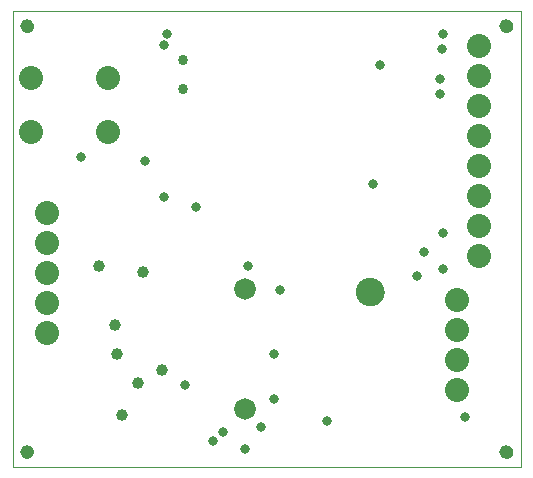
<source format=gbs>
G75*
%MOIN*%
%OFA0B0*%
%FSLAX25Y25*%
%IPPOS*%
%LPD*%
%AMOC8*
5,1,8,0,0,1.08239X$1,22.5*
%
%ADD10C,0.00000*%
%ADD11C,0.04537*%
%ADD12C,0.08000*%
%ADD13C,0.07200*%
%ADD14C,0.09458*%
%ADD15C,0.03300*%
%ADD16C,0.03969*%
%ADD17C,0.03378*%
D10*
X0001006Y0001006D02*
X0001006Y0152778D01*
X0170298Y0152778D01*
X0170298Y0001006D01*
X0001006Y0001006D01*
X0003762Y0005928D02*
X0003764Y0006016D01*
X0003770Y0006104D01*
X0003780Y0006192D01*
X0003794Y0006280D01*
X0003811Y0006366D01*
X0003833Y0006452D01*
X0003858Y0006536D01*
X0003888Y0006620D01*
X0003920Y0006702D01*
X0003957Y0006782D01*
X0003997Y0006861D01*
X0004041Y0006938D01*
X0004088Y0007013D01*
X0004138Y0007085D01*
X0004192Y0007156D01*
X0004248Y0007223D01*
X0004308Y0007289D01*
X0004370Y0007351D01*
X0004436Y0007411D01*
X0004503Y0007467D01*
X0004574Y0007521D01*
X0004646Y0007571D01*
X0004721Y0007618D01*
X0004798Y0007662D01*
X0004877Y0007702D01*
X0004957Y0007739D01*
X0005039Y0007771D01*
X0005123Y0007801D01*
X0005207Y0007826D01*
X0005293Y0007848D01*
X0005379Y0007865D01*
X0005467Y0007879D01*
X0005555Y0007889D01*
X0005643Y0007895D01*
X0005731Y0007897D01*
X0005819Y0007895D01*
X0005907Y0007889D01*
X0005995Y0007879D01*
X0006083Y0007865D01*
X0006169Y0007848D01*
X0006255Y0007826D01*
X0006339Y0007801D01*
X0006423Y0007771D01*
X0006505Y0007739D01*
X0006585Y0007702D01*
X0006664Y0007662D01*
X0006741Y0007618D01*
X0006816Y0007571D01*
X0006888Y0007521D01*
X0006959Y0007467D01*
X0007026Y0007411D01*
X0007092Y0007351D01*
X0007154Y0007289D01*
X0007214Y0007223D01*
X0007270Y0007156D01*
X0007324Y0007085D01*
X0007374Y0007013D01*
X0007421Y0006938D01*
X0007465Y0006861D01*
X0007505Y0006782D01*
X0007542Y0006702D01*
X0007574Y0006620D01*
X0007604Y0006536D01*
X0007629Y0006452D01*
X0007651Y0006366D01*
X0007668Y0006280D01*
X0007682Y0006192D01*
X0007692Y0006104D01*
X0007698Y0006016D01*
X0007700Y0005928D01*
X0007698Y0005840D01*
X0007692Y0005752D01*
X0007682Y0005664D01*
X0007668Y0005576D01*
X0007651Y0005490D01*
X0007629Y0005404D01*
X0007604Y0005320D01*
X0007574Y0005236D01*
X0007542Y0005154D01*
X0007505Y0005074D01*
X0007465Y0004995D01*
X0007421Y0004918D01*
X0007374Y0004843D01*
X0007324Y0004771D01*
X0007270Y0004700D01*
X0007214Y0004633D01*
X0007154Y0004567D01*
X0007092Y0004505D01*
X0007026Y0004445D01*
X0006959Y0004389D01*
X0006888Y0004335D01*
X0006816Y0004285D01*
X0006741Y0004238D01*
X0006664Y0004194D01*
X0006585Y0004154D01*
X0006505Y0004117D01*
X0006423Y0004085D01*
X0006339Y0004055D01*
X0006255Y0004030D01*
X0006169Y0004008D01*
X0006083Y0003991D01*
X0005995Y0003977D01*
X0005907Y0003967D01*
X0005819Y0003961D01*
X0005731Y0003959D01*
X0005643Y0003961D01*
X0005555Y0003967D01*
X0005467Y0003977D01*
X0005379Y0003991D01*
X0005293Y0004008D01*
X0005207Y0004030D01*
X0005123Y0004055D01*
X0005039Y0004085D01*
X0004957Y0004117D01*
X0004877Y0004154D01*
X0004798Y0004194D01*
X0004721Y0004238D01*
X0004646Y0004285D01*
X0004574Y0004335D01*
X0004503Y0004389D01*
X0004436Y0004445D01*
X0004370Y0004505D01*
X0004308Y0004567D01*
X0004248Y0004633D01*
X0004192Y0004700D01*
X0004138Y0004771D01*
X0004088Y0004843D01*
X0004041Y0004918D01*
X0003997Y0004995D01*
X0003957Y0005074D01*
X0003920Y0005154D01*
X0003888Y0005236D01*
X0003858Y0005320D01*
X0003833Y0005404D01*
X0003811Y0005490D01*
X0003794Y0005576D01*
X0003780Y0005664D01*
X0003770Y0005752D01*
X0003764Y0005840D01*
X0003762Y0005928D01*
X0115769Y0059273D02*
X0115771Y0059405D01*
X0115777Y0059538D01*
X0115787Y0059670D01*
X0115801Y0059802D01*
X0115818Y0059933D01*
X0115840Y0060064D01*
X0115866Y0060194D01*
X0115895Y0060323D01*
X0115929Y0060451D01*
X0115966Y0060578D01*
X0116007Y0060704D01*
X0116051Y0060829D01*
X0116100Y0060953D01*
X0116152Y0061074D01*
X0116208Y0061195D01*
X0116267Y0061313D01*
X0116330Y0061430D01*
X0116396Y0061545D01*
X0116466Y0061657D01*
X0116539Y0061768D01*
X0116615Y0061876D01*
X0116694Y0061982D01*
X0116777Y0062086D01*
X0116863Y0062187D01*
X0116951Y0062285D01*
X0117043Y0062381D01*
X0117137Y0062474D01*
X0117234Y0062564D01*
X0117334Y0062652D01*
X0117437Y0062736D01*
X0117541Y0062817D01*
X0117649Y0062895D01*
X0117758Y0062969D01*
X0117870Y0063041D01*
X0117984Y0063109D01*
X0118099Y0063173D01*
X0118217Y0063234D01*
X0118336Y0063292D01*
X0118457Y0063346D01*
X0118580Y0063396D01*
X0118704Y0063442D01*
X0118829Y0063485D01*
X0118956Y0063524D01*
X0119084Y0063560D01*
X0119212Y0063591D01*
X0119342Y0063619D01*
X0119472Y0063642D01*
X0119603Y0063662D01*
X0119735Y0063678D01*
X0119867Y0063690D01*
X0119999Y0063698D01*
X0120132Y0063702D01*
X0120264Y0063702D01*
X0120397Y0063698D01*
X0120529Y0063690D01*
X0120661Y0063678D01*
X0120793Y0063662D01*
X0120924Y0063642D01*
X0121054Y0063619D01*
X0121184Y0063591D01*
X0121312Y0063560D01*
X0121440Y0063524D01*
X0121567Y0063485D01*
X0121692Y0063442D01*
X0121816Y0063396D01*
X0121939Y0063346D01*
X0122060Y0063292D01*
X0122179Y0063234D01*
X0122297Y0063173D01*
X0122413Y0063109D01*
X0122526Y0063041D01*
X0122638Y0062969D01*
X0122747Y0062895D01*
X0122855Y0062817D01*
X0122959Y0062736D01*
X0123062Y0062652D01*
X0123162Y0062564D01*
X0123259Y0062474D01*
X0123353Y0062381D01*
X0123445Y0062285D01*
X0123533Y0062187D01*
X0123619Y0062086D01*
X0123702Y0061982D01*
X0123781Y0061876D01*
X0123857Y0061768D01*
X0123930Y0061657D01*
X0124000Y0061545D01*
X0124066Y0061430D01*
X0124129Y0061313D01*
X0124188Y0061195D01*
X0124244Y0061074D01*
X0124296Y0060953D01*
X0124345Y0060829D01*
X0124389Y0060704D01*
X0124430Y0060578D01*
X0124467Y0060451D01*
X0124501Y0060323D01*
X0124530Y0060194D01*
X0124556Y0060064D01*
X0124578Y0059933D01*
X0124595Y0059802D01*
X0124609Y0059670D01*
X0124619Y0059538D01*
X0124625Y0059405D01*
X0124627Y0059273D01*
X0124625Y0059141D01*
X0124619Y0059008D01*
X0124609Y0058876D01*
X0124595Y0058744D01*
X0124578Y0058613D01*
X0124556Y0058482D01*
X0124530Y0058352D01*
X0124501Y0058223D01*
X0124467Y0058095D01*
X0124430Y0057968D01*
X0124389Y0057842D01*
X0124345Y0057717D01*
X0124296Y0057593D01*
X0124244Y0057472D01*
X0124188Y0057351D01*
X0124129Y0057233D01*
X0124066Y0057116D01*
X0124000Y0057001D01*
X0123930Y0056889D01*
X0123857Y0056778D01*
X0123781Y0056670D01*
X0123702Y0056564D01*
X0123619Y0056460D01*
X0123533Y0056359D01*
X0123445Y0056261D01*
X0123353Y0056165D01*
X0123259Y0056072D01*
X0123162Y0055982D01*
X0123062Y0055894D01*
X0122959Y0055810D01*
X0122855Y0055729D01*
X0122747Y0055651D01*
X0122638Y0055577D01*
X0122526Y0055505D01*
X0122412Y0055437D01*
X0122297Y0055373D01*
X0122179Y0055312D01*
X0122060Y0055254D01*
X0121939Y0055200D01*
X0121816Y0055150D01*
X0121692Y0055104D01*
X0121567Y0055061D01*
X0121440Y0055022D01*
X0121312Y0054986D01*
X0121184Y0054955D01*
X0121054Y0054927D01*
X0120924Y0054904D01*
X0120793Y0054884D01*
X0120661Y0054868D01*
X0120529Y0054856D01*
X0120397Y0054848D01*
X0120264Y0054844D01*
X0120132Y0054844D01*
X0119999Y0054848D01*
X0119867Y0054856D01*
X0119735Y0054868D01*
X0119603Y0054884D01*
X0119472Y0054904D01*
X0119342Y0054927D01*
X0119212Y0054955D01*
X0119084Y0054986D01*
X0118956Y0055022D01*
X0118829Y0055061D01*
X0118704Y0055104D01*
X0118580Y0055150D01*
X0118457Y0055200D01*
X0118336Y0055254D01*
X0118217Y0055312D01*
X0118099Y0055373D01*
X0117983Y0055437D01*
X0117870Y0055505D01*
X0117758Y0055577D01*
X0117649Y0055651D01*
X0117541Y0055729D01*
X0117437Y0055810D01*
X0117334Y0055894D01*
X0117234Y0055982D01*
X0117137Y0056072D01*
X0117043Y0056165D01*
X0116951Y0056261D01*
X0116863Y0056359D01*
X0116777Y0056460D01*
X0116694Y0056564D01*
X0116615Y0056670D01*
X0116539Y0056778D01*
X0116466Y0056889D01*
X0116396Y0057001D01*
X0116330Y0057116D01*
X0116267Y0057233D01*
X0116208Y0057351D01*
X0116152Y0057472D01*
X0116100Y0057593D01*
X0116051Y0057717D01*
X0116007Y0057842D01*
X0115966Y0057968D01*
X0115929Y0058095D01*
X0115895Y0058223D01*
X0115866Y0058352D01*
X0115840Y0058482D01*
X0115818Y0058613D01*
X0115801Y0058744D01*
X0115787Y0058876D01*
X0115777Y0059008D01*
X0115771Y0059141D01*
X0115769Y0059273D01*
X0163604Y0005928D02*
X0163606Y0006016D01*
X0163612Y0006104D01*
X0163622Y0006192D01*
X0163636Y0006280D01*
X0163653Y0006366D01*
X0163675Y0006452D01*
X0163700Y0006536D01*
X0163730Y0006620D01*
X0163762Y0006702D01*
X0163799Y0006782D01*
X0163839Y0006861D01*
X0163883Y0006938D01*
X0163930Y0007013D01*
X0163980Y0007085D01*
X0164034Y0007156D01*
X0164090Y0007223D01*
X0164150Y0007289D01*
X0164212Y0007351D01*
X0164278Y0007411D01*
X0164345Y0007467D01*
X0164416Y0007521D01*
X0164488Y0007571D01*
X0164563Y0007618D01*
X0164640Y0007662D01*
X0164719Y0007702D01*
X0164799Y0007739D01*
X0164881Y0007771D01*
X0164965Y0007801D01*
X0165049Y0007826D01*
X0165135Y0007848D01*
X0165221Y0007865D01*
X0165309Y0007879D01*
X0165397Y0007889D01*
X0165485Y0007895D01*
X0165573Y0007897D01*
X0165661Y0007895D01*
X0165749Y0007889D01*
X0165837Y0007879D01*
X0165925Y0007865D01*
X0166011Y0007848D01*
X0166097Y0007826D01*
X0166181Y0007801D01*
X0166265Y0007771D01*
X0166347Y0007739D01*
X0166427Y0007702D01*
X0166506Y0007662D01*
X0166583Y0007618D01*
X0166658Y0007571D01*
X0166730Y0007521D01*
X0166801Y0007467D01*
X0166868Y0007411D01*
X0166934Y0007351D01*
X0166996Y0007289D01*
X0167056Y0007223D01*
X0167112Y0007156D01*
X0167166Y0007085D01*
X0167216Y0007013D01*
X0167263Y0006938D01*
X0167307Y0006861D01*
X0167347Y0006782D01*
X0167384Y0006702D01*
X0167416Y0006620D01*
X0167446Y0006536D01*
X0167471Y0006452D01*
X0167493Y0006366D01*
X0167510Y0006280D01*
X0167524Y0006192D01*
X0167534Y0006104D01*
X0167540Y0006016D01*
X0167542Y0005928D01*
X0167540Y0005840D01*
X0167534Y0005752D01*
X0167524Y0005664D01*
X0167510Y0005576D01*
X0167493Y0005490D01*
X0167471Y0005404D01*
X0167446Y0005320D01*
X0167416Y0005236D01*
X0167384Y0005154D01*
X0167347Y0005074D01*
X0167307Y0004995D01*
X0167263Y0004918D01*
X0167216Y0004843D01*
X0167166Y0004771D01*
X0167112Y0004700D01*
X0167056Y0004633D01*
X0166996Y0004567D01*
X0166934Y0004505D01*
X0166868Y0004445D01*
X0166801Y0004389D01*
X0166730Y0004335D01*
X0166658Y0004285D01*
X0166583Y0004238D01*
X0166506Y0004194D01*
X0166427Y0004154D01*
X0166347Y0004117D01*
X0166265Y0004085D01*
X0166181Y0004055D01*
X0166097Y0004030D01*
X0166011Y0004008D01*
X0165925Y0003991D01*
X0165837Y0003977D01*
X0165749Y0003967D01*
X0165661Y0003961D01*
X0165573Y0003959D01*
X0165485Y0003961D01*
X0165397Y0003967D01*
X0165309Y0003977D01*
X0165221Y0003991D01*
X0165135Y0004008D01*
X0165049Y0004030D01*
X0164965Y0004055D01*
X0164881Y0004085D01*
X0164799Y0004117D01*
X0164719Y0004154D01*
X0164640Y0004194D01*
X0164563Y0004238D01*
X0164488Y0004285D01*
X0164416Y0004335D01*
X0164345Y0004389D01*
X0164278Y0004445D01*
X0164212Y0004505D01*
X0164150Y0004567D01*
X0164090Y0004633D01*
X0164034Y0004700D01*
X0163980Y0004771D01*
X0163930Y0004843D01*
X0163883Y0004918D01*
X0163839Y0004995D01*
X0163799Y0005074D01*
X0163762Y0005154D01*
X0163730Y0005236D01*
X0163700Y0005320D01*
X0163675Y0005404D01*
X0163653Y0005490D01*
X0163636Y0005576D01*
X0163622Y0005664D01*
X0163612Y0005752D01*
X0163606Y0005840D01*
X0163604Y0005928D01*
X0163604Y0147857D02*
X0163606Y0147945D01*
X0163612Y0148033D01*
X0163622Y0148121D01*
X0163636Y0148209D01*
X0163653Y0148295D01*
X0163675Y0148381D01*
X0163700Y0148465D01*
X0163730Y0148549D01*
X0163762Y0148631D01*
X0163799Y0148711D01*
X0163839Y0148790D01*
X0163883Y0148867D01*
X0163930Y0148942D01*
X0163980Y0149014D01*
X0164034Y0149085D01*
X0164090Y0149152D01*
X0164150Y0149218D01*
X0164212Y0149280D01*
X0164278Y0149340D01*
X0164345Y0149396D01*
X0164416Y0149450D01*
X0164488Y0149500D01*
X0164563Y0149547D01*
X0164640Y0149591D01*
X0164719Y0149631D01*
X0164799Y0149668D01*
X0164881Y0149700D01*
X0164965Y0149730D01*
X0165049Y0149755D01*
X0165135Y0149777D01*
X0165221Y0149794D01*
X0165309Y0149808D01*
X0165397Y0149818D01*
X0165485Y0149824D01*
X0165573Y0149826D01*
X0165661Y0149824D01*
X0165749Y0149818D01*
X0165837Y0149808D01*
X0165925Y0149794D01*
X0166011Y0149777D01*
X0166097Y0149755D01*
X0166181Y0149730D01*
X0166265Y0149700D01*
X0166347Y0149668D01*
X0166427Y0149631D01*
X0166506Y0149591D01*
X0166583Y0149547D01*
X0166658Y0149500D01*
X0166730Y0149450D01*
X0166801Y0149396D01*
X0166868Y0149340D01*
X0166934Y0149280D01*
X0166996Y0149218D01*
X0167056Y0149152D01*
X0167112Y0149085D01*
X0167166Y0149014D01*
X0167216Y0148942D01*
X0167263Y0148867D01*
X0167307Y0148790D01*
X0167347Y0148711D01*
X0167384Y0148631D01*
X0167416Y0148549D01*
X0167446Y0148465D01*
X0167471Y0148381D01*
X0167493Y0148295D01*
X0167510Y0148209D01*
X0167524Y0148121D01*
X0167534Y0148033D01*
X0167540Y0147945D01*
X0167542Y0147857D01*
X0167540Y0147769D01*
X0167534Y0147681D01*
X0167524Y0147593D01*
X0167510Y0147505D01*
X0167493Y0147419D01*
X0167471Y0147333D01*
X0167446Y0147249D01*
X0167416Y0147165D01*
X0167384Y0147083D01*
X0167347Y0147003D01*
X0167307Y0146924D01*
X0167263Y0146847D01*
X0167216Y0146772D01*
X0167166Y0146700D01*
X0167112Y0146629D01*
X0167056Y0146562D01*
X0166996Y0146496D01*
X0166934Y0146434D01*
X0166868Y0146374D01*
X0166801Y0146318D01*
X0166730Y0146264D01*
X0166658Y0146214D01*
X0166583Y0146167D01*
X0166506Y0146123D01*
X0166427Y0146083D01*
X0166347Y0146046D01*
X0166265Y0146014D01*
X0166181Y0145984D01*
X0166097Y0145959D01*
X0166011Y0145937D01*
X0165925Y0145920D01*
X0165837Y0145906D01*
X0165749Y0145896D01*
X0165661Y0145890D01*
X0165573Y0145888D01*
X0165485Y0145890D01*
X0165397Y0145896D01*
X0165309Y0145906D01*
X0165221Y0145920D01*
X0165135Y0145937D01*
X0165049Y0145959D01*
X0164965Y0145984D01*
X0164881Y0146014D01*
X0164799Y0146046D01*
X0164719Y0146083D01*
X0164640Y0146123D01*
X0164563Y0146167D01*
X0164488Y0146214D01*
X0164416Y0146264D01*
X0164345Y0146318D01*
X0164278Y0146374D01*
X0164212Y0146434D01*
X0164150Y0146496D01*
X0164090Y0146562D01*
X0164034Y0146629D01*
X0163980Y0146700D01*
X0163930Y0146772D01*
X0163883Y0146847D01*
X0163839Y0146924D01*
X0163799Y0147003D01*
X0163762Y0147083D01*
X0163730Y0147165D01*
X0163700Y0147249D01*
X0163675Y0147333D01*
X0163653Y0147419D01*
X0163636Y0147505D01*
X0163622Y0147593D01*
X0163612Y0147681D01*
X0163606Y0147769D01*
X0163604Y0147857D01*
X0003762Y0147857D02*
X0003764Y0147945D01*
X0003770Y0148033D01*
X0003780Y0148121D01*
X0003794Y0148209D01*
X0003811Y0148295D01*
X0003833Y0148381D01*
X0003858Y0148465D01*
X0003888Y0148549D01*
X0003920Y0148631D01*
X0003957Y0148711D01*
X0003997Y0148790D01*
X0004041Y0148867D01*
X0004088Y0148942D01*
X0004138Y0149014D01*
X0004192Y0149085D01*
X0004248Y0149152D01*
X0004308Y0149218D01*
X0004370Y0149280D01*
X0004436Y0149340D01*
X0004503Y0149396D01*
X0004574Y0149450D01*
X0004646Y0149500D01*
X0004721Y0149547D01*
X0004798Y0149591D01*
X0004877Y0149631D01*
X0004957Y0149668D01*
X0005039Y0149700D01*
X0005123Y0149730D01*
X0005207Y0149755D01*
X0005293Y0149777D01*
X0005379Y0149794D01*
X0005467Y0149808D01*
X0005555Y0149818D01*
X0005643Y0149824D01*
X0005731Y0149826D01*
X0005819Y0149824D01*
X0005907Y0149818D01*
X0005995Y0149808D01*
X0006083Y0149794D01*
X0006169Y0149777D01*
X0006255Y0149755D01*
X0006339Y0149730D01*
X0006423Y0149700D01*
X0006505Y0149668D01*
X0006585Y0149631D01*
X0006664Y0149591D01*
X0006741Y0149547D01*
X0006816Y0149500D01*
X0006888Y0149450D01*
X0006959Y0149396D01*
X0007026Y0149340D01*
X0007092Y0149280D01*
X0007154Y0149218D01*
X0007214Y0149152D01*
X0007270Y0149085D01*
X0007324Y0149014D01*
X0007374Y0148942D01*
X0007421Y0148867D01*
X0007465Y0148790D01*
X0007505Y0148711D01*
X0007542Y0148631D01*
X0007574Y0148549D01*
X0007604Y0148465D01*
X0007629Y0148381D01*
X0007651Y0148295D01*
X0007668Y0148209D01*
X0007682Y0148121D01*
X0007692Y0148033D01*
X0007698Y0147945D01*
X0007700Y0147857D01*
X0007698Y0147769D01*
X0007692Y0147681D01*
X0007682Y0147593D01*
X0007668Y0147505D01*
X0007651Y0147419D01*
X0007629Y0147333D01*
X0007604Y0147249D01*
X0007574Y0147165D01*
X0007542Y0147083D01*
X0007505Y0147003D01*
X0007465Y0146924D01*
X0007421Y0146847D01*
X0007374Y0146772D01*
X0007324Y0146700D01*
X0007270Y0146629D01*
X0007214Y0146562D01*
X0007154Y0146496D01*
X0007092Y0146434D01*
X0007026Y0146374D01*
X0006959Y0146318D01*
X0006888Y0146264D01*
X0006816Y0146214D01*
X0006741Y0146167D01*
X0006664Y0146123D01*
X0006585Y0146083D01*
X0006505Y0146046D01*
X0006423Y0146014D01*
X0006339Y0145984D01*
X0006255Y0145959D01*
X0006169Y0145937D01*
X0006083Y0145920D01*
X0005995Y0145906D01*
X0005907Y0145896D01*
X0005819Y0145890D01*
X0005731Y0145888D01*
X0005643Y0145890D01*
X0005555Y0145896D01*
X0005467Y0145906D01*
X0005379Y0145920D01*
X0005293Y0145937D01*
X0005207Y0145959D01*
X0005123Y0145984D01*
X0005039Y0146014D01*
X0004957Y0146046D01*
X0004877Y0146083D01*
X0004798Y0146123D01*
X0004721Y0146167D01*
X0004646Y0146214D01*
X0004574Y0146264D01*
X0004503Y0146318D01*
X0004436Y0146374D01*
X0004370Y0146434D01*
X0004308Y0146496D01*
X0004248Y0146562D01*
X0004192Y0146629D01*
X0004138Y0146700D01*
X0004088Y0146772D01*
X0004041Y0146847D01*
X0003997Y0146924D01*
X0003957Y0147003D01*
X0003920Y0147083D01*
X0003888Y0147165D01*
X0003858Y0147249D01*
X0003833Y0147333D01*
X0003811Y0147419D01*
X0003794Y0147505D01*
X0003780Y0147593D01*
X0003770Y0147681D01*
X0003764Y0147769D01*
X0003762Y0147857D01*
D11*
X0005731Y0147857D03*
X0005731Y0005928D03*
X0165573Y0005928D03*
X0165573Y0147857D03*
D12*
X0156321Y0141282D03*
X0156321Y0131282D03*
X0156321Y0121282D03*
X0156321Y0111282D03*
X0156321Y0101282D03*
X0156321Y0091282D03*
X0156321Y0081282D03*
X0156321Y0071282D03*
X0149235Y0056400D03*
X0149235Y0046400D03*
X0149235Y0036400D03*
X0149235Y0026400D03*
X0032704Y0112579D03*
X0032704Y0130379D03*
X0007104Y0130379D03*
X0007104Y0112579D03*
X0012424Y0085652D03*
X0012424Y0075652D03*
X0012424Y0065652D03*
X0012424Y0055652D03*
X0012424Y0045652D03*
D13*
X0078303Y0060091D03*
X0078303Y0020091D03*
D14*
X0120198Y0059273D03*
D15*
X0135652Y0064392D03*
X0138211Y0072463D03*
X0144510Y0066951D03*
X0144510Y0078762D03*
X0121085Y0095101D03*
X0143526Y0125219D03*
X0143329Y0130140D03*
X0144117Y0140180D03*
X0144313Y0145298D03*
X0123447Y0134865D03*
X0062030Y0087620D03*
X0051400Y0090770D03*
X0045101Y0102975D03*
X0023841Y0104156D03*
X0051400Y0141557D03*
X0052581Y0145101D03*
X0079353Y0067935D03*
X0089983Y0059865D03*
X0088014Y0038408D03*
X0088014Y0023644D03*
X0083683Y0014195D03*
X0078369Y0006912D03*
X0071085Y0012620D03*
X0067935Y0009471D03*
X0058487Y0028172D03*
X0105928Y0016164D03*
X0151794Y0017542D03*
D16*
X0050861Y0033243D03*
X0042861Y0028743D03*
X0035786Y0038593D03*
X0034967Y0048061D03*
X0044557Y0065955D03*
X0029648Y0068030D03*
X0037361Y0018243D03*
D17*
X0057896Y0126794D03*
X0057896Y0136636D03*
M02*

</source>
